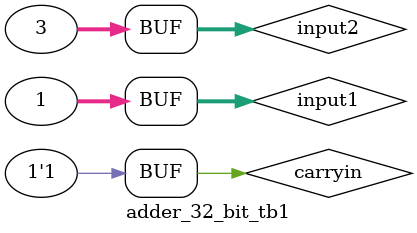
<source format=v>
module adder_32_bit_tb1;
reg [31:0] input1,input2;
reg carryin;
wire carryout;
wire [31:0] sum;

adder_32_bit1 uu1(.input1(input1),.input2(input2),.sum(sum),.carryout(carryout),.carryin(carryin));
initial 
begin
$monitor("input1 =%d input2=%d output=%d overflow=%d  carryin =%d",input1,input2,sum,carryout,carryin);


#50
carryin=1'b0;
input1=32'd1;
input2=32'd3;
#50
carryin=1'b1;
input1=32'd1;
input2=32'd3;

end
endmodule



</source>
